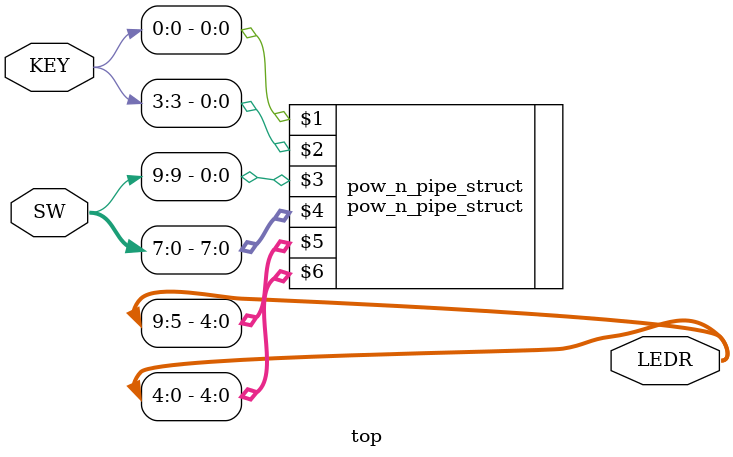
<source format=v>

module top (SW, KEY, LEDR);

	 input wire [9:0] SW;        // DE-series switches
    input wire [3:0] KEY;       // DE-series pushbuttons
	 
	 output wire [9:0] LEDR;     // DE-series LEDs   

    pow_n_pipe_struct pow_n_pipe_struct (KEY[0], KEY[3], SW[9], SW[7:0], LEDR[9:5], LEDR[4:0]);

endmodule


</source>
